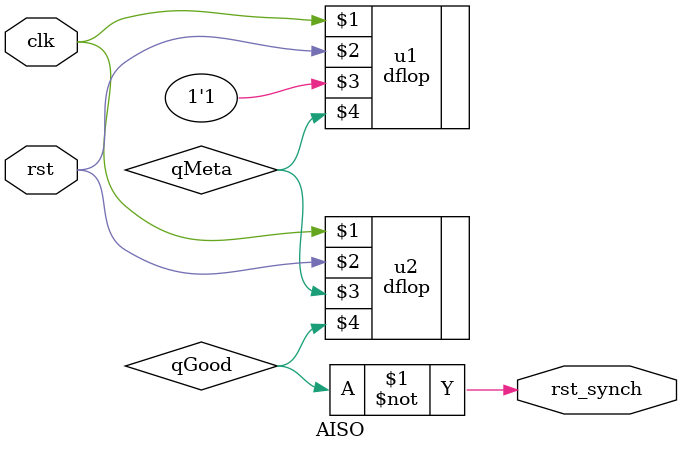
<source format=v>
`timescale 1ns / 1ps
module AISO(clk, rst, rst_synch);
   input   clk, rst;
   output rst_synch;

   wire qMeta, qGood;
   
 //dflop(clk, rst, d, q)
   dflop u1 (clk, rst,  1'b1, qMeta);
   dflop u2 (clk, rst, qMeta, qGood);
   assign rst_synch = ~qGood;
   
endmodule 
</source>
